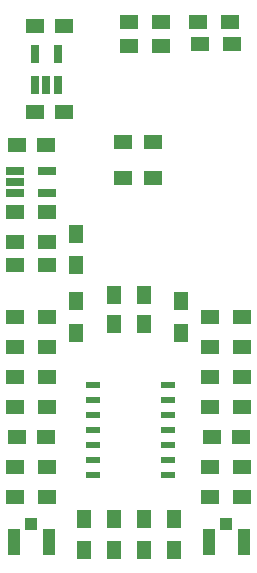
<source format=gtp>
G04 #@! TF.FileFunction,Paste,Top*
%FSLAX46Y46*%
G04 Gerber Fmt 4.6, Leading zero omitted, Abs format (unit mm)*
G04 Created by KiCad (PCBNEW 4.0.6) date 08/04/17 15:07:46*
%MOMM*%
%LPD*%
G01*
G04 APERTURE LIST*
%ADD10C,0.100000*%
%ADD11R,1.143000X0.508000*%
%ADD12R,1.250000X1.500000*%
%ADD13R,1.300000X1.500000*%
%ADD14R,1.500000X1.250000*%
%ADD15R,1.560000X0.650000*%
%ADD16R,1.500000X1.300000*%
%ADD17R,1.100000X2.250000*%
%ADD18R,1.050000X1.100000*%
%ADD19R,0.650000X1.560000*%
G04 APERTURE END LIST*
D10*
D11*
X160782000Y-135255000D03*
X160782000Y-133985000D03*
X160782000Y-132715000D03*
X160782000Y-131445000D03*
X160782000Y-130175000D03*
X160782000Y-128905000D03*
X160782000Y-127635000D03*
X154432000Y-127635000D03*
X154432000Y-128905000D03*
X154432000Y-131445000D03*
X154432000Y-132715000D03*
X154432000Y-133985000D03*
X154432000Y-135255000D03*
X154432000Y-130175000D03*
D12*
X158750000Y-120035000D03*
X158750000Y-122535000D03*
D13*
X153035000Y-123270000D03*
X153035000Y-120570000D03*
D14*
X164485000Y-132080000D03*
X166985000Y-132080000D03*
D15*
X147875000Y-109540000D03*
X147875000Y-110490000D03*
X147875000Y-111440000D03*
X150575000Y-111440000D03*
X150575000Y-109540000D03*
D16*
X164385000Y-127000000D03*
X167085000Y-127000000D03*
X164385000Y-121920000D03*
X167085000Y-121920000D03*
X167085000Y-134620000D03*
X164385000Y-134620000D03*
D13*
X156210000Y-138985000D03*
X156210000Y-141685000D03*
D16*
X167085000Y-137160000D03*
X164385000Y-137160000D03*
D13*
X161290000Y-138985000D03*
X161290000Y-141685000D03*
D14*
X150475000Y-132080000D03*
X147975000Y-132080000D03*
D12*
X156210000Y-120035000D03*
X156210000Y-122535000D03*
D14*
X151999000Y-104521000D03*
X149499000Y-104521000D03*
X151999000Y-97282000D03*
X149499000Y-97282000D03*
X159492000Y-107061000D03*
X156992000Y-107061000D03*
X147975000Y-107315000D03*
X150475000Y-107315000D03*
X156992000Y-110109000D03*
X159492000Y-110109000D03*
D17*
X167210000Y-140970000D03*
X164260000Y-140970000D03*
D18*
X165735000Y-139420000D03*
D17*
X150700000Y-140970000D03*
X147750000Y-140970000D03*
D18*
X149225000Y-139420000D03*
D13*
X161925000Y-123270000D03*
X161925000Y-120570000D03*
D16*
X150575000Y-121920000D03*
X147875000Y-121920000D03*
X147875000Y-134620000D03*
X150575000Y-134620000D03*
X164385000Y-129540000D03*
X167085000Y-129540000D03*
X150575000Y-129540000D03*
X147875000Y-129540000D03*
X150575000Y-127000000D03*
X147875000Y-127000000D03*
X167085000Y-124460000D03*
X164385000Y-124460000D03*
X147875000Y-124460000D03*
X150575000Y-124460000D03*
D13*
X153670000Y-138985000D03*
X153670000Y-141685000D03*
X158750000Y-138985000D03*
X158750000Y-141685000D03*
D16*
X147875000Y-137160000D03*
X150575000Y-137160000D03*
D13*
X153035000Y-114855000D03*
X153035000Y-117555000D03*
D16*
X160227000Y-98933000D03*
X157527000Y-98933000D03*
X160227000Y-96901000D03*
X157527000Y-96901000D03*
X166196000Y-98806000D03*
X163496000Y-98806000D03*
X166069000Y-96901000D03*
X163369000Y-96901000D03*
X147875000Y-117475000D03*
X150575000Y-117475000D03*
X147875000Y-115570000D03*
X150575000Y-115570000D03*
X150575000Y-113030000D03*
X147875000Y-113030000D03*
D19*
X149545000Y-102315000D03*
X150495000Y-102315000D03*
X151445000Y-102315000D03*
X151445000Y-99615000D03*
X149545000Y-99615000D03*
M02*

</source>
